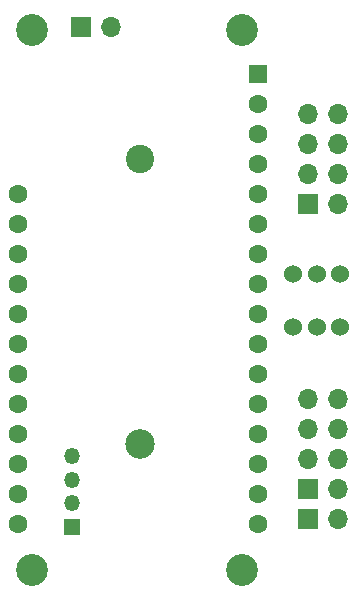
<source format=gbr>
%TF.GenerationSoftware,KiCad,Pcbnew,(6.0.2-0)*%
%TF.CreationDate,2022-06-23T22:24:52+02:00*%
%TF.ProjectId,CapSenseDuo,43617053-656e-4736-9544-756f2e6b6963,rev?*%
%TF.SameCoordinates,Original*%
%TF.FileFunction,Soldermask,Bot*%
%TF.FilePolarity,Negative*%
%FSLAX46Y46*%
G04 Gerber Fmt 4.6, Leading zero omitted, Abs format (unit mm)*
G04 Created by KiCad (PCBNEW (6.0.2-0)) date 2022-06-23 22:24:52*
%MOMM*%
%LPD*%
G01*
G04 APERTURE LIST*
%ADD10C,2.500000*%
%ADD11R,1.700000X1.700000*%
%ADD12O,1.700000X1.700000*%
%ADD13C,2.700000*%
%ADD14C,2.400000*%
%ADD15R,1.350000X1.350000*%
%ADD16O,1.350000X1.350000*%
%ADD17R,1.600000X1.600000*%
%ADD18C,1.600000*%
%ADD19C,1.524000*%
G04 APERTURE END LIST*
D10*
%TO.C,IC1*%
X111760002Y-137800164D03*
%TD*%
D11*
%TO.C,BAT1*%
X106807000Y-102489000D03*
D12*
X109347000Y-102489000D03*
%TD*%
D13*
%TO.C,H2*%
X120450000Y-102690000D03*
%TD*%
%TO.C,H4*%
X120450000Y-148410000D03*
%TD*%
D14*
%TO.C,IC2*%
X111760002Y-113664998D03*
%TD*%
D15*
%TO.C,test1*%
X106045000Y-144780000D03*
D16*
X106045000Y-142780000D03*
X106045000Y-140780000D03*
X106045000Y-138780000D03*
%TD*%
D13*
%TO.C,H3*%
X102650000Y-148410000D03*
%TD*%
%TO.C,H1*%
X102650000Y-102743000D03*
%TD*%
D11*
%TO.C,J3*%
X126049000Y-144135000D03*
D12*
X128589000Y-144135000D03*
%TD*%
D11*
%TO.C,J2*%
X126049000Y-117465000D03*
D12*
X128589000Y-117465000D03*
X126049000Y-114925000D03*
X128589000Y-114925000D03*
X126049000Y-112385000D03*
X128589000Y-112385000D03*
X126049000Y-109845000D03*
X128589000Y-109845000D03*
%TD*%
D11*
%TO.C,J1*%
X126049000Y-141595000D03*
D12*
X128589000Y-141595000D03*
X126049000Y-139055000D03*
X128589000Y-139055000D03*
X126049000Y-136515000D03*
X128589000Y-136515000D03*
X126049000Y-133975000D03*
X128589000Y-133975000D03*
%TD*%
D17*
%TO.C,A1*%
X121779797Y-106420834D03*
D18*
X121779797Y-108960834D03*
X121779797Y-111500834D03*
X121779797Y-114040834D03*
X121779797Y-116580834D03*
X121779797Y-119120834D03*
X121779797Y-121660834D03*
X121779797Y-124200834D03*
X121779797Y-126740834D03*
X121779797Y-129280834D03*
X121779797Y-131820834D03*
X121779797Y-134360834D03*
X121779797Y-136900834D03*
X121779797Y-139440834D03*
X121779797Y-141980834D03*
X121779797Y-144520834D03*
X101459797Y-144520834D03*
X101459797Y-141980834D03*
X101459797Y-139440834D03*
X101459797Y-136900834D03*
X101459797Y-134360834D03*
X101459797Y-131820834D03*
X101459797Y-129280834D03*
X101459797Y-126740834D03*
X101459797Y-124200834D03*
X101459797Y-121660834D03*
X101459797Y-119120834D03*
X101459797Y-116580834D03*
%TD*%
D19*
%TO.C,SW1*%
X124746000Y-127853000D03*
X126746000Y-127853000D03*
X128746000Y-127853000D03*
X124746000Y-123353000D03*
X126746000Y-123353000D03*
X128746000Y-123353000D03*
%TD*%
M02*

</source>
